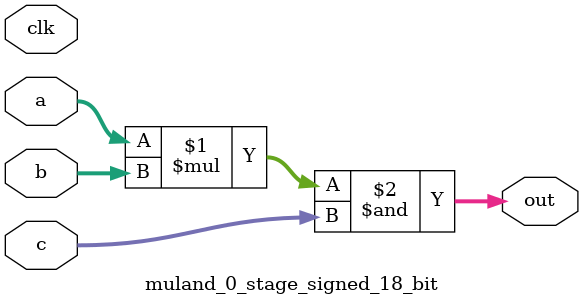
<source format=sv>
(* use_dsp = "yes" *) module muland_0_stage_signed_18_bit(
	input signed [17:0] a,
	input signed [17:0] b,
	input signed [17:0] c,
	output [17:0] out,
	input clk);

	assign out = (a * b) & c;
endmodule

</source>
